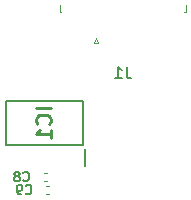
<source format=gbr>
%TF.GenerationSoftware,KiCad,Pcbnew,6.0.7-f9a2dced07~116~ubuntu20.04.1*%
%TF.CreationDate,2022-09-18T16:57:56+02:00*%
%TF.ProjectId,SRRReceiver,53525252-6563-4656-9976-65722e6b6963,rev?*%
%TF.SameCoordinates,Original*%
%TF.FileFunction,Legend,Bot*%
%TF.FilePolarity,Positive*%
%FSLAX46Y46*%
G04 Gerber Fmt 4.6, Leading zero omitted, Abs format (unit mm)*
G04 Created by KiCad (PCBNEW 6.0.7-f9a2dced07~116~ubuntu20.04.1) date 2022-09-18 16:57:56*
%MOMM*%
%LPD*%
G01*
G04 APERTURE LIST*
%ADD10C,0.254000*%
%ADD11C,0.150000*%
%ADD12C,0.200000*%
%ADD13C,0.120000*%
G04 APERTURE END LIST*
D10*
%TO.C,IC1*%
X120674523Y-92060238D02*
X119404523Y-92060238D01*
X120553571Y-93390714D02*
X120614047Y-93330238D01*
X120674523Y-93148809D01*
X120674523Y-93027857D01*
X120614047Y-92846428D01*
X120493095Y-92725476D01*
X120372142Y-92665000D01*
X120130238Y-92604523D01*
X119948809Y-92604523D01*
X119706904Y-92665000D01*
X119585952Y-92725476D01*
X119465000Y-92846428D01*
X119404523Y-93027857D01*
X119404523Y-93148809D01*
X119465000Y-93330238D01*
X119525476Y-93390714D01*
X120674523Y-94600238D02*
X120674523Y-93874523D01*
X120674523Y-94237380D02*
X119404523Y-94237380D01*
X119585952Y-94116428D01*
X119706904Y-93995476D01*
X119767380Y-93874523D01*
D11*
%TO.C,J1*%
X127083333Y-88552380D02*
X127083333Y-89266666D01*
X127130952Y-89409523D01*
X127226190Y-89504761D01*
X127369047Y-89552380D01*
X127464285Y-89552380D01*
X126083333Y-89552380D02*
X126654761Y-89552380D01*
X126369047Y-89552380D02*
X126369047Y-88552380D01*
X126464285Y-88695238D01*
X126559523Y-88790476D01*
X126654761Y-88838095D01*
%TO.C,C9*%
X118533333Y-99285714D02*
X118571428Y-99323809D01*
X118685714Y-99361904D01*
X118761904Y-99361904D01*
X118876190Y-99323809D01*
X118952380Y-99247619D01*
X118990476Y-99171428D01*
X119028571Y-99019047D01*
X119028571Y-98904761D01*
X118990476Y-98752380D01*
X118952380Y-98676190D01*
X118876190Y-98600000D01*
X118761904Y-98561904D01*
X118685714Y-98561904D01*
X118571428Y-98600000D01*
X118533333Y-98638095D01*
X118152380Y-99361904D02*
X118000000Y-99361904D01*
X117923809Y-99323809D01*
X117885714Y-99285714D01*
X117809523Y-99171428D01*
X117771428Y-99019047D01*
X117771428Y-98714285D01*
X117809523Y-98638095D01*
X117847619Y-98600000D01*
X117923809Y-98561904D01*
X118076190Y-98561904D01*
X118152380Y-98600000D01*
X118190476Y-98638095D01*
X118228571Y-98714285D01*
X118228571Y-98904761D01*
X118190476Y-98980952D01*
X118152380Y-99019047D01*
X118076190Y-99057142D01*
X117923809Y-99057142D01*
X117847619Y-99019047D01*
X117809523Y-98980952D01*
X117771428Y-98904761D01*
%TO.C,C8*%
X118333333Y-98185714D02*
X118371428Y-98223809D01*
X118485714Y-98261904D01*
X118561904Y-98261904D01*
X118676190Y-98223809D01*
X118752380Y-98147619D01*
X118790476Y-98071428D01*
X118828571Y-97919047D01*
X118828571Y-97804761D01*
X118790476Y-97652380D01*
X118752380Y-97576190D01*
X118676190Y-97500000D01*
X118561904Y-97461904D01*
X118485714Y-97461904D01*
X118371428Y-97500000D01*
X118333333Y-97538095D01*
X117876190Y-97804761D02*
X117952380Y-97766666D01*
X117990476Y-97728571D01*
X118028571Y-97652380D01*
X118028571Y-97614285D01*
X117990476Y-97538095D01*
X117952380Y-97500000D01*
X117876190Y-97461904D01*
X117723809Y-97461904D01*
X117647619Y-97500000D01*
X117609523Y-97538095D01*
X117571428Y-97614285D01*
X117571428Y-97652380D01*
X117609523Y-97728571D01*
X117647619Y-97766666D01*
X117723809Y-97804761D01*
X117876190Y-97804761D01*
X117952380Y-97842857D01*
X117990476Y-97880952D01*
X118028571Y-97957142D01*
X118028571Y-98109523D01*
X117990476Y-98185714D01*
X117952380Y-98223809D01*
X117876190Y-98261904D01*
X117723809Y-98261904D01*
X117647619Y-98223809D01*
X117609523Y-98185714D01*
X117571428Y-98109523D01*
X117571428Y-97957142D01*
X117609523Y-97880952D01*
X117647619Y-97842857D01*
X117723809Y-97804761D01*
D12*
%TO.C,IC1*%
X123350000Y-95150000D02*
X123350000Y-91450000D01*
X123600000Y-96975000D02*
X123600000Y-95500000D01*
X123350000Y-91450000D02*
X116850000Y-91450000D01*
X116850000Y-91450000D02*
X116850000Y-95150000D01*
X116850000Y-95150000D02*
X123350000Y-95150000D01*
D13*
%TO.C,J1*%
X132075000Y-83960000D02*
X132075000Y-83360000D01*
X124700000Y-86550000D02*
X124300000Y-86550000D01*
X121535000Y-83960000D02*
X121425000Y-83960000D01*
X124300000Y-86550000D02*
X124500000Y-86150000D01*
X124500000Y-86150000D02*
X124700000Y-86550000D01*
X121425000Y-83960000D02*
X121425000Y-83360000D01*
X131965000Y-83960000D02*
X132075000Y-83960000D01*
%TO.C,C9*%
X120292164Y-98640000D02*
X120507836Y-98640000D01*
X120292164Y-99360000D02*
X120507836Y-99360000D01*
%TO.C,C8*%
X120092164Y-98260000D02*
X120307836Y-98260000D01*
X120092164Y-97540000D02*
X120307836Y-97540000D01*
%TD*%
M02*

</source>
